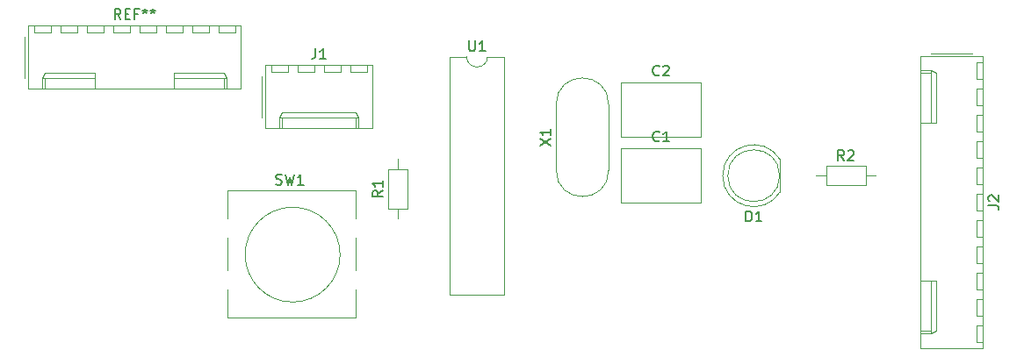
<source format=gbr>
%TF.GenerationSoftware,KiCad,Pcbnew,5.1.6-c6e7f7d~86~ubuntu16.04.1*%
%TF.CreationDate,2020-07-22T20:39:57+01:00*%
%TF.ProjectId,pic_proto1,7069635f-7072-46f7-946f-312e6b696361,rev?*%
%TF.SameCoordinates,Original*%
%TF.FileFunction,Legend,Top*%
%TF.FilePolarity,Positive*%
%FSLAX46Y46*%
G04 Gerber Fmt 4.6, Leading zero omitted, Abs format (unit mm)*
G04 Created by KiCad (PCBNEW 5.1.6-c6e7f7d~86~ubuntu16.04.1) date 2020-07-22 20:39:57*
%MOMM*%
%LPD*%
G01*
G04 APERTURE LIST*
%ADD10C,0.120000*%
%ADD11C,0.150000*%
G04 APERTURE END LIST*
D10*
%TO.C,REF\u002A\u002A*%
X124350000Y-45230000D02*
X124350000Y-51250000D01*
X124350000Y-51250000D02*
X144890000Y-51250000D01*
X144890000Y-51250000D02*
X144890000Y-45230000D01*
X144890000Y-45230000D02*
X124350000Y-45230000D01*
X124060000Y-46260000D02*
X124060000Y-50260000D01*
X125730000Y-51250000D02*
X125730000Y-50250000D01*
X125730000Y-50250000D02*
X130810000Y-50250000D01*
X130810000Y-50250000D02*
X130810000Y-51250000D01*
X125730000Y-50250000D02*
X125980000Y-49720000D01*
X125980000Y-49720000D02*
X130810000Y-49720000D01*
X130810000Y-49720000D02*
X130810000Y-50250000D01*
X125980000Y-51250000D02*
X125980000Y-50250000D01*
X143510000Y-51250000D02*
X143510000Y-50250000D01*
X143510000Y-50250000D02*
X138430000Y-50250000D01*
X138430000Y-50250000D02*
X138430000Y-51250000D01*
X143510000Y-50250000D02*
X143260000Y-49720000D01*
X143260000Y-49720000D02*
X138430000Y-49720000D01*
X138430000Y-49720000D02*
X138430000Y-50250000D01*
X143260000Y-51250000D02*
X143260000Y-50250000D01*
X124930000Y-45230000D02*
X124930000Y-45830000D01*
X124930000Y-45830000D02*
X126530000Y-45830000D01*
X126530000Y-45830000D02*
X126530000Y-45230000D01*
X127470000Y-45230000D02*
X127470000Y-45830000D01*
X127470000Y-45830000D02*
X129070000Y-45830000D01*
X129070000Y-45830000D02*
X129070000Y-45230000D01*
X130010000Y-45230000D02*
X130010000Y-45830000D01*
X130010000Y-45830000D02*
X131610000Y-45830000D01*
X131610000Y-45830000D02*
X131610000Y-45230000D01*
X132550000Y-45230000D02*
X132550000Y-45830000D01*
X132550000Y-45830000D02*
X134150000Y-45830000D01*
X134150000Y-45830000D02*
X134150000Y-45230000D01*
X135090000Y-45230000D02*
X135090000Y-45830000D01*
X135090000Y-45830000D02*
X136690000Y-45830000D01*
X136690000Y-45830000D02*
X136690000Y-45230000D01*
X137630000Y-45230000D02*
X137630000Y-45830000D01*
X137630000Y-45830000D02*
X139230000Y-45830000D01*
X139230000Y-45830000D02*
X139230000Y-45230000D01*
X140170000Y-45230000D02*
X140170000Y-45830000D01*
X140170000Y-45830000D02*
X141770000Y-45830000D01*
X141770000Y-45830000D02*
X141770000Y-45230000D01*
X142710000Y-45230000D02*
X142710000Y-45830000D01*
X142710000Y-45830000D02*
X144310000Y-45830000D01*
X144310000Y-45830000D02*
X144310000Y-45230000D01*
%TO.C,X1*%
X180325000Y-52780000D02*
G75*
G03*
X175275000Y-52780000I-2525000J0D01*
G01*
X180325000Y-59180000D02*
G75*
G02*
X175275000Y-59180000I-2525000J0D01*
G01*
X175275000Y-59180000D02*
X175275000Y-52780000D01*
X180325000Y-59180000D02*
X180325000Y-52780000D01*
%TO.C,U1*%
X168640000Y-48200000D02*
G75*
G02*
X166640000Y-48200000I-1000000J0D01*
G01*
X166640000Y-48200000D02*
X164990000Y-48200000D01*
X164990000Y-48200000D02*
X164990000Y-71180000D01*
X164990000Y-71180000D02*
X170290000Y-71180000D01*
X170290000Y-71180000D02*
X170290000Y-48200000D01*
X170290000Y-48200000D02*
X168640000Y-48200000D01*
%TO.C,SW1*%
X143610000Y-61120000D02*
X155910000Y-61120000D01*
X155910000Y-65700000D02*
X155910000Y-68840000D01*
X155910000Y-73420000D02*
X143610000Y-73420000D01*
X143610000Y-63840000D02*
X143610000Y-61120000D01*
X154439050Y-67310000D02*
G75*
G03*
X154439050Y-67310000I-4579050J0D01*
G01*
X143610000Y-73420000D02*
X143610000Y-70700000D01*
X143610000Y-68840000D02*
X143610000Y-65700000D01*
X155910000Y-70700000D02*
X155910000Y-73420000D01*
X155910000Y-61120000D02*
X155910000Y-63840000D01*
%TO.C,R2*%
X201280000Y-58770000D02*
X201280000Y-60610000D01*
X201280000Y-60610000D02*
X205120000Y-60610000D01*
X205120000Y-60610000D02*
X205120000Y-58770000D01*
X205120000Y-58770000D02*
X201280000Y-58770000D01*
X200330000Y-59690000D02*
X201280000Y-59690000D01*
X206070000Y-59690000D02*
X205120000Y-59690000D01*
%TO.C,R1*%
X159100000Y-62880000D02*
X160940000Y-62880000D01*
X160940000Y-62880000D02*
X160940000Y-59040000D01*
X160940000Y-59040000D02*
X159100000Y-59040000D01*
X159100000Y-59040000D02*
X159100000Y-62880000D01*
X160020000Y-63830000D02*
X160020000Y-62880000D01*
X160020000Y-58090000D02*
X160020000Y-59040000D01*
%TO.C,J2*%
X216390000Y-48150000D02*
X210370000Y-48150000D01*
X210370000Y-48150000D02*
X210370000Y-76310000D01*
X210370000Y-76310000D02*
X216390000Y-76310000D01*
X216390000Y-76310000D02*
X216390000Y-48150000D01*
X215360000Y-47860000D02*
X211360000Y-47860000D01*
X210370000Y-49530000D02*
X211370000Y-49530000D01*
X211370000Y-49530000D02*
X211370000Y-54610000D01*
X211370000Y-54610000D02*
X210370000Y-54610000D01*
X211370000Y-49530000D02*
X211900000Y-49780000D01*
X211900000Y-49780000D02*
X211900000Y-54610000D01*
X211900000Y-54610000D02*
X211370000Y-54610000D01*
X210370000Y-49780000D02*
X211370000Y-49780000D01*
X210370000Y-74930000D02*
X211370000Y-74930000D01*
X211370000Y-74930000D02*
X211370000Y-69850000D01*
X211370000Y-69850000D02*
X210370000Y-69850000D01*
X211370000Y-74930000D02*
X211900000Y-74680000D01*
X211900000Y-74680000D02*
X211900000Y-69850000D01*
X211900000Y-69850000D02*
X211370000Y-69850000D01*
X210370000Y-74680000D02*
X211370000Y-74680000D01*
X216390000Y-48730000D02*
X215790000Y-48730000D01*
X215790000Y-48730000D02*
X215790000Y-50330000D01*
X215790000Y-50330000D02*
X216390000Y-50330000D01*
X216390000Y-51270000D02*
X215790000Y-51270000D01*
X215790000Y-51270000D02*
X215790000Y-52870000D01*
X215790000Y-52870000D02*
X216390000Y-52870000D01*
X216390000Y-53810000D02*
X215790000Y-53810000D01*
X215790000Y-53810000D02*
X215790000Y-55410000D01*
X215790000Y-55410000D02*
X216390000Y-55410000D01*
X216390000Y-56350000D02*
X215790000Y-56350000D01*
X215790000Y-56350000D02*
X215790000Y-57950000D01*
X215790000Y-57950000D02*
X216390000Y-57950000D01*
X216390000Y-58890000D02*
X215790000Y-58890000D01*
X215790000Y-58890000D02*
X215790000Y-60490000D01*
X215790000Y-60490000D02*
X216390000Y-60490000D01*
X216390000Y-61430000D02*
X215790000Y-61430000D01*
X215790000Y-61430000D02*
X215790000Y-63030000D01*
X215790000Y-63030000D02*
X216390000Y-63030000D01*
X216390000Y-63970000D02*
X215790000Y-63970000D01*
X215790000Y-63970000D02*
X215790000Y-65570000D01*
X215790000Y-65570000D02*
X216390000Y-65570000D01*
X216390000Y-66510000D02*
X215790000Y-66510000D01*
X215790000Y-66510000D02*
X215790000Y-68110000D01*
X215790000Y-68110000D02*
X216390000Y-68110000D01*
X216390000Y-69050000D02*
X215790000Y-69050000D01*
X215790000Y-69050000D02*
X215790000Y-70650000D01*
X215790000Y-70650000D02*
X216390000Y-70650000D01*
X216390000Y-71590000D02*
X215790000Y-71590000D01*
X215790000Y-71590000D02*
X215790000Y-73190000D01*
X215790000Y-73190000D02*
X216390000Y-73190000D01*
X216390000Y-74130000D02*
X215790000Y-74130000D01*
X215790000Y-74130000D02*
X215790000Y-75730000D01*
X215790000Y-75730000D02*
X216390000Y-75730000D01*
%TO.C,J1*%
X147210000Y-49040000D02*
X147210000Y-55060000D01*
X147210000Y-55060000D02*
X157590000Y-55060000D01*
X157590000Y-55060000D02*
X157590000Y-49040000D01*
X157590000Y-49040000D02*
X147210000Y-49040000D01*
X146920000Y-50070000D02*
X146920000Y-54070000D01*
X148590000Y-55060000D02*
X148590000Y-54060000D01*
X148590000Y-54060000D02*
X156210000Y-54060000D01*
X156210000Y-54060000D02*
X156210000Y-55060000D01*
X148590000Y-54060000D02*
X148840000Y-53530000D01*
X148840000Y-53530000D02*
X155960000Y-53530000D01*
X155960000Y-53530000D02*
X156210000Y-54060000D01*
X148840000Y-55060000D02*
X148840000Y-54060000D01*
X155960000Y-55060000D02*
X155960000Y-54060000D01*
X147790000Y-49040000D02*
X147790000Y-49640000D01*
X147790000Y-49640000D02*
X149390000Y-49640000D01*
X149390000Y-49640000D02*
X149390000Y-49040000D01*
X150330000Y-49040000D02*
X150330000Y-49640000D01*
X150330000Y-49640000D02*
X151930000Y-49640000D01*
X151930000Y-49640000D02*
X151930000Y-49040000D01*
X152870000Y-49040000D02*
X152870000Y-49640000D01*
X152870000Y-49640000D02*
X154470000Y-49640000D01*
X154470000Y-49640000D02*
X154470000Y-49040000D01*
X155410000Y-49040000D02*
X155410000Y-49640000D01*
X155410000Y-49640000D02*
X157010000Y-49640000D01*
X157010000Y-49640000D02*
X157010000Y-49040000D01*
%TO.C,D1*%
X191320000Y-59690462D02*
G75*
G02*
X196870000Y-58145170I2990000J462D01*
G01*
X191320000Y-59689538D02*
G75*
G03*
X196870000Y-61234830I2990000J-462D01*
G01*
X196810000Y-59690000D02*
G75*
G03*
X196810000Y-59690000I-2500000J0D01*
G01*
X196870000Y-61235000D02*
X196870000Y-58145000D01*
%TO.C,C2*%
X181510000Y-50720000D02*
X189250000Y-50720000D01*
X181510000Y-55960000D02*
X189250000Y-55960000D01*
X181510000Y-50720000D02*
X181510000Y-55960000D01*
X189250000Y-50720000D02*
X189250000Y-55960000D01*
%TO.C,C1*%
X181510000Y-57070000D02*
X189250000Y-57070000D01*
X181510000Y-62310000D02*
X189250000Y-62310000D01*
X181510000Y-57070000D02*
X181510000Y-62310000D01*
X189250000Y-57070000D02*
X189250000Y-62310000D01*
%TO.C,REF\u002A\u002A*%
D11*
X133286666Y-44592380D02*
X132953333Y-44116190D01*
X132715238Y-44592380D02*
X132715238Y-43592380D01*
X133096190Y-43592380D01*
X133191428Y-43640000D01*
X133239047Y-43687619D01*
X133286666Y-43782857D01*
X133286666Y-43925714D01*
X133239047Y-44020952D01*
X133191428Y-44068571D01*
X133096190Y-44116190D01*
X132715238Y-44116190D01*
X133715238Y-44068571D02*
X134048571Y-44068571D01*
X134191428Y-44592380D02*
X133715238Y-44592380D01*
X133715238Y-43592380D01*
X134191428Y-43592380D01*
X134953333Y-44068571D02*
X134620000Y-44068571D01*
X134620000Y-44592380D02*
X134620000Y-43592380D01*
X135096190Y-43592380D01*
X135620000Y-43592380D02*
X135620000Y-43830476D01*
X135381904Y-43735238D02*
X135620000Y-43830476D01*
X135858095Y-43735238D01*
X135477142Y-44020952D02*
X135620000Y-43830476D01*
X135762857Y-44020952D01*
X136381904Y-43592380D02*
X136381904Y-43830476D01*
X136143809Y-43735238D02*
X136381904Y-43830476D01*
X136620000Y-43735238D01*
X136239047Y-44020952D02*
X136381904Y-43830476D01*
X136524761Y-44020952D01*
%TO.C,X1*%
X173727380Y-56789523D02*
X174727380Y-56122857D01*
X173727380Y-56122857D02*
X174727380Y-56789523D01*
X174727380Y-55218095D02*
X174727380Y-55789523D01*
X174727380Y-55503809D02*
X173727380Y-55503809D01*
X173870238Y-55599047D01*
X173965476Y-55694285D01*
X174013095Y-55789523D01*
%TO.C,U1*%
X166878095Y-46652380D02*
X166878095Y-47461904D01*
X166925714Y-47557142D01*
X166973333Y-47604761D01*
X167068571Y-47652380D01*
X167259047Y-47652380D01*
X167354285Y-47604761D01*
X167401904Y-47557142D01*
X167449523Y-47461904D01*
X167449523Y-46652380D01*
X168449523Y-47652380D02*
X167878095Y-47652380D01*
X168163809Y-47652380D02*
X168163809Y-46652380D01*
X168068571Y-46795238D01*
X167973333Y-46890476D01*
X167878095Y-46938095D01*
%TO.C,SW1*%
X148256666Y-60514761D02*
X148399523Y-60562380D01*
X148637619Y-60562380D01*
X148732857Y-60514761D01*
X148780476Y-60467142D01*
X148828095Y-60371904D01*
X148828095Y-60276666D01*
X148780476Y-60181428D01*
X148732857Y-60133809D01*
X148637619Y-60086190D01*
X148447142Y-60038571D01*
X148351904Y-59990952D01*
X148304285Y-59943333D01*
X148256666Y-59848095D01*
X148256666Y-59752857D01*
X148304285Y-59657619D01*
X148351904Y-59610000D01*
X148447142Y-59562380D01*
X148685238Y-59562380D01*
X148828095Y-59610000D01*
X149161428Y-59562380D02*
X149399523Y-60562380D01*
X149590000Y-59848095D01*
X149780476Y-60562380D01*
X150018571Y-59562380D01*
X150923333Y-60562380D02*
X150351904Y-60562380D01*
X150637619Y-60562380D02*
X150637619Y-59562380D01*
X150542380Y-59705238D01*
X150447142Y-59800476D01*
X150351904Y-59848095D01*
%TO.C,R2*%
X203033333Y-58222380D02*
X202700000Y-57746190D01*
X202461904Y-58222380D02*
X202461904Y-57222380D01*
X202842857Y-57222380D01*
X202938095Y-57270000D01*
X202985714Y-57317619D01*
X203033333Y-57412857D01*
X203033333Y-57555714D01*
X202985714Y-57650952D01*
X202938095Y-57698571D01*
X202842857Y-57746190D01*
X202461904Y-57746190D01*
X203414285Y-57317619D02*
X203461904Y-57270000D01*
X203557142Y-57222380D01*
X203795238Y-57222380D01*
X203890476Y-57270000D01*
X203938095Y-57317619D01*
X203985714Y-57412857D01*
X203985714Y-57508095D01*
X203938095Y-57650952D01*
X203366666Y-58222380D01*
X203985714Y-58222380D01*
%TO.C,R1*%
X158552380Y-61126666D02*
X158076190Y-61460000D01*
X158552380Y-61698095D02*
X157552380Y-61698095D01*
X157552380Y-61317142D01*
X157600000Y-61221904D01*
X157647619Y-61174285D01*
X157742857Y-61126666D01*
X157885714Y-61126666D01*
X157980952Y-61174285D01*
X158028571Y-61221904D01*
X158076190Y-61317142D01*
X158076190Y-61698095D01*
X158552380Y-60174285D02*
X158552380Y-60745714D01*
X158552380Y-60460000D02*
X157552380Y-60460000D01*
X157695238Y-60555238D01*
X157790476Y-60650476D01*
X157838095Y-60745714D01*
%TO.C,J2*%
X216932380Y-62563333D02*
X217646666Y-62563333D01*
X217789523Y-62610952D01*
X217884761Y-62706190D01*
X217932380Y-62849047D01*
X217932380Y-62944285D01*
X217027619Y-62134761D02*
X216980000Y-62087142D01*
X216932380Y-61991904D01*
X216932380Y-61753809D01*
X216980000Y-61658571D01*
X217027619Y-61610952D01*
X217122857Y-61563333D01*
X217218095Y-61563333D01*
X217360952Y-61610952D01*
X217932380Y-62182380D01*
X217932380Y-61563333D01*
%TO.C,J1*%
X152066666Y-47402380D02*
X152066666Y-48116666D01*
X152019047Y-48259523D01*
X151923809Y-48354761D01*
X151780952Y-48402380D01*
X151685714Y-48402380D01*
X153066666Y-48402380D02*
X152495238Y-48402380D01*
X152780952Y-48402380D02*
X152780952Y-47402380D01*
X152685714Y-47545238D01*
X152590476Y-47640476D01*
X152495238Y-47688095D01*
%TO.C,D1*%
X193571904Y-64102380D02*
X193571904Y-63102380D01*
X193810000Y-63102380D01*
X193952857Y-63150000D01*
X194048095Y-63245238D01*
X194095714Y-63340476D01*
X194143333Y-63530952D01*
X194143333Y-63673809D01*
X194095714Y-63864285D01*
X194048095Y-63959523D01*
X193952857Y-64054761D01*
X193810000Y-64102380D01*
X193571904Y-64102380D01*
X195095714Y-64102380D02*
X194524285Y-64102380D01*
X194810000Y-64102380D02*
X194810000Y-63102380D01*
X194714761Y-63245238D01*
X194619523Y-63340476D01*
X194524285Y-63388095D01*
%TO.C,C2*%
X185213333Y-49947142D02*
X185165714Y-49994761D01*
X185022857Y-50042380D01*
X184927619Y-50042380D01*
X184784761Y-49994761D01*
X184689523Y-49899523D01*
X184641904Y-49804285D01*
X184594285Y-49613809D01*
X184594285Y-49470952D01*
X184641904Y-49280476D01*
X184689523Y-49185238D01*
X184784761Y-49090000D01*
X184927619Y-49042380D01*
X185022857Y-49042380D01*
X185165714Y-49090000D01*
X185213333Y-49137619D01*
X185594285Y-49137619D02*
X185641904Y-49090000D01*
X185737142Y-49042380D01*
X185975238Y-49042380D01*
X186070476Y-49090000D01*
X186118095Y-49137619D01*
X186165714Y-49232857D01*
X186165714Y-49328095D01*
X186118095Y-49470952D01*
X185546666Y-50042380D01*
X186165714Y-50042380D01*
%TO.C,C1*%
X185213333Y-56297142D02*
X185165714Y-56344761D01*
X185022857Y-56392380D01*
X184927619Y-56392380D01*
X184784761Y-56344761D01*
X184689523Y-56249523D01*
X184641904Y-56154285D01*
X184594285Y-55963809D01*
X184594285Y-55820952D01*
X184641904Y-55630476D01*
X184689523Y-55535238D01*
X184784761Y-55440000D01*
X184927619Y-55392380D01*
X185022857Y-55392380D01*
X185165714Y-55440000D01*
X185213333Y-55487619D01*
X186165714Y-56392380D02*
X185594285Y-56392380D01*
X185880000Y-56392380D02*
X185880000Y-55392380D01*
X185784761Y-55535238D01*
X185689523Y-55630476D01*
X185594285Y-55678095D01*
%TD*%
M02*

</source>
